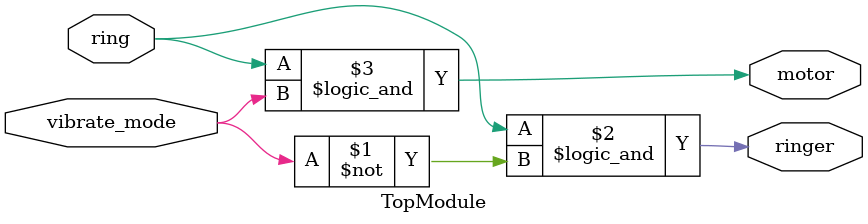
<source format=sv>

module TopModule (
    input  wire ring,          // Input signal indicating an incoming call
    input  wire vibrate_mode,  // Input signal indicating the vibrate mode is active
    output wire ringer,        // Output signal to control the ringer
    output wire motor          // Output signal to control the vibration motor
);

    // Assign outputs based on ring and vibrate_mode inputs
    assign ringer = ring && ~vibrate_mode; // Ringer is on if there's a ring and vibrate_mode is off
    assign motor  = ring && vibrate_mode;   // Motor is on if there's a ring and vibrate_mode is on

endmodule
</source>
